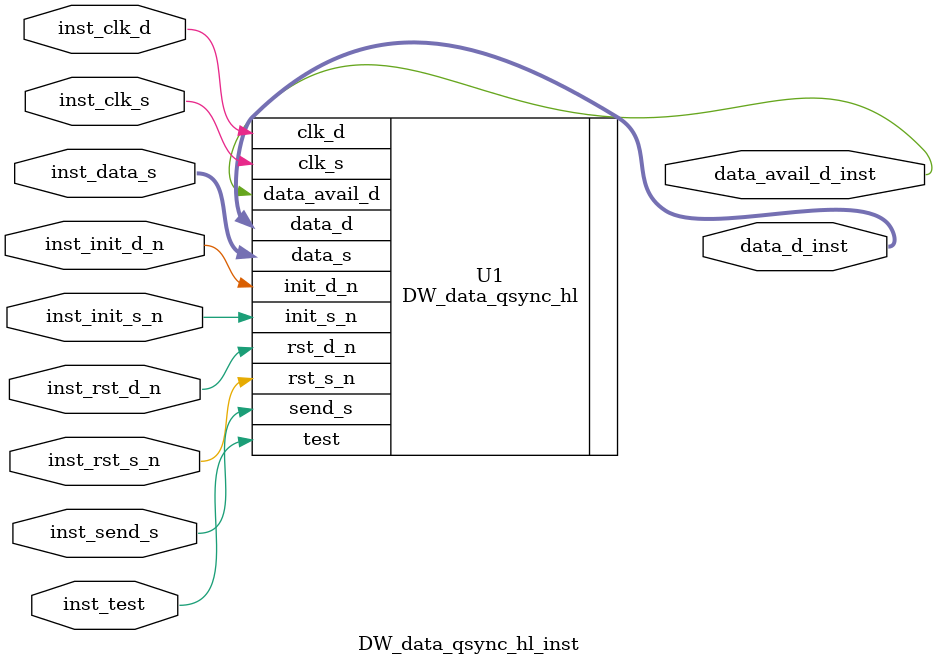
<source format=v>
module DW_data_qsync_hl_inst( inst_clk_s,
                              inst_rst_s_n,
                              inst_init_s_n,
                              inst_send_s,
                              inst_data_s,
                              
		              inst_clk_d,
                              inst_rst_d_n,
                              inst_init_d_n,
                              data_avail_d_inst,
                              data_d_inst,
                              
		              inst_test );
                             
parameter width = 8;
parameter clk_ratio = 2;
parameter tst_mode = 0;

input inst_clk_s;
input inst_rst_s_n;
input inst_init_s_n;
input inst_send_s;
input [width-1 : 0] inst_data_s;
input inst_clk_d;
input inst_rst_d_n;
input inst_init_d_n;
output data_avail_d_inst;
output [width-1 : 0] data_d_inst;
input inst_test;

    // Instance of DW_data_qsync_hl
    DW_data_qsync_hl #( width,
                        clk_ratio,
                        tst_mode)
	  U1 ( .clk_s(inst_clk_s),
               .rst_s_n(inst_rst_s_n),
               .init_s_n(inst_init_s_n),
               .send_s(inst_send_s),
               .data_s(inst_data_s),
               .clk_d(inst_clk_d),
               .rst_d_n(inst_rst_d_n),
               .init_d_n(inst_init_d_n),
               .data_avail_d(data_avail_d_inst),
               .data_d(data_d_inst),
               .test(inst_test) );

endmodule

</source>
